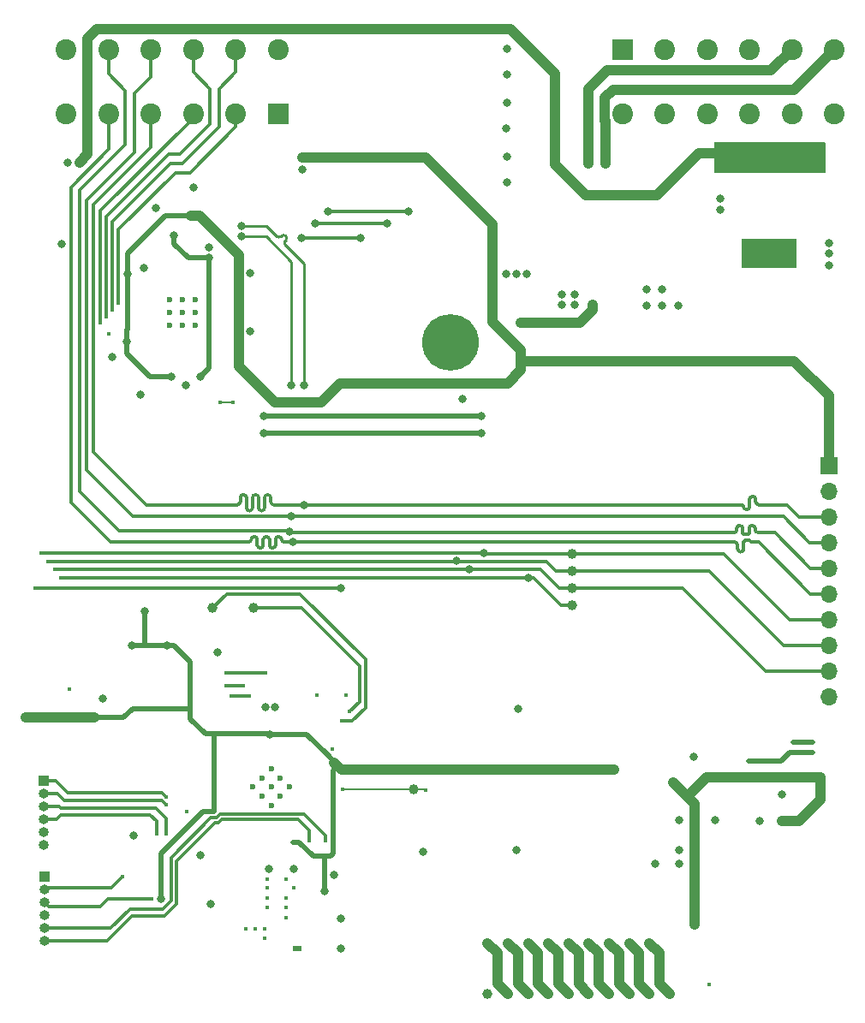
<source format=gbr>
%TF.GenerationSoftware,KiCad,Pcbnew,(6.0.2-0)*%
%TF.CreationDate,2022-05-17T22:41:33-06:00*%
%TF.ProjectId,RGB-controller,5247422d-636f-46e7-9472-6f6c6c65722e,rev?*%
%TF.SameCoordinates,Original*%
%TF.FileFunction,Copper,L4,Bot*%
%TF.FilePolarity,Positive*%
%FSLAX46Y46*%
G04 Gerber Fmt 4.6, Leading zero omitted, Abs format (unit mm)*
G04 Created by KiCad (PCBNEW (6.0.2-0)) date 2022-05-17 22:41:33*
%MOMM*%
%LPD*%
G01*
G04 APERTURE LIST*
%TA.AperFunction,EtchedComponent*%
%ADD10C,1.000000*%
%TD*%
%TA.AperFunction,ComponentPad*%
%ADD11R,1.000000X1.000000*%
%TD*%
%TA.AperFunction,ComponentPad*%
%ADD12O,1.000000X1.000000*%
%TD*%
%TA.AperFunction,ComponentPad*%
%ADD13R,0.900000X0.500000*%
%TD*%
%TA.AperFunction,ComponentPad*%
%ADD14C,0.600000*%
%TD*%
%TA.AperFunction,ComponentPad*%
%ADD15R,2.056000X2.056000*%
%TD*%
%TA.AperFunction,ComponentPad*%
%ADD16C,2.056000*%
%TD*%
%TA.AperFunction,ComponentPad*%
%ADD17C,1.000000*%
%TD*%
%TA.AperFunction,ComponentPad*%
%ADD18C,5.600000*%
%TD*%
%TA.AperFunction,SMDPad,CuDef*%
%ADD19R,5.400000X2.850000*%
%TD*%
%TA.AperFunction,ComponentPad*%
%ADD20R,1.700000X1.700000*%
%TD*%
%TA.AperFunction,ComponentPad*%
%ADD21O,1.700000X1.700000*%
%TD*%
%TA.AperFunction,SMDPad,CuDef*%
%ADD22C,1.000000*%
%TD*%
%TA.AperFunction,ViaPad*%
%ADD23C,0.450000*%
%TD*%
%TA.AperFunction,ViaPad*%
%ADD24C,0.800000*%
%TD*%
%TA.AperFunction,Conductor*%
%ADD25C,0.305800*%
%TD*%
%TA.AperFunction,Conductor*%
%ADD26C,0.500000*%
%TD*%
%TA.AperFunction,Conductor*%
%ADD27C,1.000000*%
%TD*%
%TA.AperFunction,Conductor*%
%ADD28C,0.200000*%
%TD*%
%TA.AperFunction,Conductor*%
%ADD29C,0.250000*%
%TD*%
G04 APERTURE END LIST*
D10*
%TO.C,AE3*%
X72682499Y-138437502D02*
X71682499Y-137437502D01*
X73682499Y-137437502D02*
X73682499Y-134437502D01*
X87682499Y-134437502D02*
X86682499Y-133437502D01*
X88682499Y-138437502D02*
X87682499Y-137437502D01*
X84682499Y-138437502D02*
X83682499Y-137437502D01*
X77682499Y-137437502D02*
X77682499Y-134437502D01*
X80682499Y-138437502D02*
X79682499Y-137437502D01*
X77682499Y-134437502D02*
X76682499Y-133437502D01*
X82682499Y-138437502D02*
X81682499Y-137437502D01*
X78682499Y-138437502D02*
X77682499Y-137437502D01*
X71682499Y-137437502D02*
X71682499Y-134437502D01*
X73682499Y-134437502D02*
X72682499Y-133437502D01*
X75682499Y-137437502D02*
X75682499Y-134437502D01*
X75682499Y-134437502D02*
X74682499Y-133437502D01*
X79682499Y-137437502D02*
X79682499Y-134437502D01*
X85682499Y-137437502D02*
X85682499Y-134437502D01*
X71682499Y-134437502D02*
X70682499Y-133437502D01*
X85682499Y-134437502D02*
X84682499Y-133437502D01*
X79682499Y-134437502D02*
X78682499Y-133437502D01*
X81682499Y-137437502D02*
X81682499Y-134437502D01*
X83682499Y-134437502D02*
X82682499Y-133437502D01*
X86682499Y-138437502D02*
X85682499Y-137437502D01*
X87682499Y-137437502D02*
X87682499Y-134437502D01*
X76682499Y-138437502D02*
X75682499Y-137437502D01*
X83682499Y-137437502D02*
X83682499Y-134437502D01*
X81682499Y-134437502D02*
X80682499Y-133437502D01*
X74682499Y-138437502D02*
X73682499Y-137437502D01*
%TD*%
D11*
%TO.P,J6,1,Pin_1*%
%TO.N,GND*%
X26850000Y-126890000D03*
D12*
%TO.P,J6,2,Pin_2*%
%TO.N,/RXD*%
X26850000Y-128160000D03*
%TO.P,J6,3,Pin_3*%
%TO.N,/TXD*%
X26850000Y-129430000D03*
%TO.P,J6,4,Pin_4*%
%TO.N,unconnected-(J6-Pad4)*%
X26850000Y-130700000D03*
%TO.P,J6,5,Pin_5*%
%TO.N,/CTS*%
X26850000Y-131970000D03*
%TO.P,J6,6,Pin_6*%
%TO.N,/CHIP_PU*%
X26850000Y-133240000D03*
%TD*%
D13*
%TO.P,AE2,2,Shield*%
%TO.N,GND*%
X51870000Y-133985000D03*
%TD*%
D14*
%TO.P,U4,57,GND*%
%TO.N,GND*%
X49280000Y-119823122D03*
X48378439Y-117118439D03*
X51083122Y-118020000D03*
X47476878Y-118020000D03*
X50181561Y-117118439D03*
X50181561Y-118921561D03*
X48378439Y-118921561D03*
X49280000Y-116216878D03*
X49280000Y-118020000D03*
%TD*%
D15*
%TO.P,J4,A1,A1*%
%TO.N,/GPO1*%
X84025000Y-45040000D03*
D16*
%TO.P,J4,A2,A2*%
%TO.N,/GPO2*%
X88215000Y-45040000D03*
%TO.P,J4,A3,A3*%
%TO.N,/GPO3*%
X92405000Y-45040000D03*
%TO.P,J4,A4,A4*%
%TO.N,/GPO4*%
X96595000Y-45040000D03*
%TO.P,J4,A5,A5*%
%TO.N,/GPO6*%
X100785000Y-45040000D03*
%TO.P,J4,A6,A6*%
%TO.N,/GPO5*%
X104975000Y-45040000D03*
%TO.P,J4,A7,A7*%
%TO.N,/MOTOR1_OUT1*%
X104975000Y-51390000D03*
%TO.P,J4,A8,A8*%
%TO.N,/MOTOR1_OUT2*%
X100785000Y-51390000D03*
%TO.P,J4,A9,A9*%
%TO.N,/MOTOR2_OUT1*%
X96595000Y-51390000D03*
%TO.P,J4,A10,A10*%
%TO.N,/MOTOR2_OUT2*%
X92405000Y-51390000D03*
%TO.P,J4,A11,A11*%
%TO.N,/VBAT*%
X88215000Y-51390000D03*
%TO.P,J4,A12,A12*%
%TO.N,GND*%
X84025000Y-51390000D03*
D15*
%TO.P,J4,B1,B1*%
%TO.N,/CAN_P*%
X49975000Y-51390000D03*
D16*
%TO.P,J4,B2,B2*%
%TO.N,/CONN_B2*%
X45785000Y-51390000D03*
%TO.P,J4,B3,B3*%
%TO.N,/CONN_B3*%
X41595000Y-51390000D03*
%TO.P,J4,B4,B4*%
%TO.N,/CONN_RP_USB_D_P*%
X37405000Y-51390000D03*
%TO.P,J4,B5,B5*%
%TO.N,/USB_D_P*%
X33215000Y-51390000D03*
%TO.P,J4,B6,B6*%
%TO.N,GND*%
X29025000Y-51390000D03*
%TO.P,J4,B7,B7*%
%TO.N,+3V3*%
X29025000Y-45040000D03*
%TO.P,J4,B8,B8*%
%TO.N,/USB_D_N*%
X33215000Y-45040000D03*
%TO.P,J4,B9,B9*%
%TO.N,/CONN_RP_USB_D_N*%
X37405000Y-45040000D03*
%TO.P,J4,B10,B10*%
%TO.N,/CONN_B10*%
X41595000Y-45040000D03*
%TO.P,J4,B11,B11*%
%TO.N,/CONN_B11*%
X45785000Y-45040000D03*
%TO.P,J4,B12,B12*%
%TO.N,/CAN_N*%
X49975000Y-45040000D03*
%TD*%
D17*
%TO.P,AE3,*%
%TO.N,*%
X70682499Y-138437502D03*
X88682499Y-138437502D03*
X84682499Y-138437502D03*
X72682499Y-133437502D03*
X72682499Y-138437502D03*
X78682499Y-133437502D03*
X80682499Y-133437502D03*
X76682499Y-133437502D03*
X70682499Y-133437502D03*
X82682499Y-138437502D03*
X76682499Y-138437502D03*
X78682499Y-138437502D03*
X84682499Y-133437502D03*
X86682499Y-138437502D03*
X80682499Y-138437502D03*
X74682499Y-138437502D03*
X74682499Y-133437502D03*
X86682499Y-133437502D03*
X82682499Y-133437502D03*
%TD*%
D18*
%TO.P,H1,1,1*%
%TO.N,GND*%
X67000000Y-74000000D03*
%TD*%
D11*
%TO.P,J8,1,Pin_1*%
%TO.N,/MTCK*%
X26830000Y-117410000D03*
D12*
%TO.P,J8,2,Pin_2*%
%TO.N,/MTDO*%
X26830000Y-118680000D03*
%TO.P,J8,3,Pin_3*%
%TO.N,/MTMS*%
X26830000Y-119950000D03*
%TO.P,J8,4,Pin_4*%
%TO.N,/MTDI*%
X26830000Y-121220000D03*
%TO.P,J8,5,Pin_5*%
%TO.N,GND*%
X26830000Y-122490000D03*
%TO.P,J8,6,Pin_6*%
%TO.N,unconnected-(J8-Pad6)*%
X26830000Y-123760000D03*
%TD*%
D14*
%TO.P,U10,29,VNEG*%
%TO.N,GND*%
X99276500Y-64100000D03*
X97676500Y-64100000D03*
X99276500Y-66350000D03*
X100876500Y-64100000D03*
X97676500Y-66350000D03*
X96076500Y-66350000D03*
X96076500Y-64100000D03*
D19*
X98476500Y-65225000D03*
D14*
X100876500Y-66350000D03*
%TD*%
D20*
%TO.P,J5,1,Pin_1*%
%TO.N,+3V3*%
X104430000Y-86190000D03*
D21*
%TO.P,J5,2,Pin_2*%
%TO.N,GND*%
X104430000Y-88730000D03*
%TO.P,J5,3,Pin_3*%
%TO.N,/CONN_RP_USB_D_P*%
X104430000Y-91270000D03*
%TO.P,J5,4,Pin_4*%
%TO.N,/CONN_RP_USB_D_N*%
X104430000Y-93810000D03*
%TO.P,J5,5,Pin_5*%
%TO.N,/USB_D_N*%
X104430000Y-96350000D03*
%TO.P,J5,6,Pin_6*%
%TO.N,/USB_D_P*%
X104430000Y-98890000D03*
%TO.P,J5,7,Pin_7*%
%TO.N,/FSPIQ*%
X104430000Y-101430000D03*
%TO.P,J5,8,Pin_8*%
%TO.N,/FSPICLK*%
X104430000Y-103970000D03*
%TO.P,J5,9,Pin_9*%
%TO.N,/FSPID*%
X104430000Y-106510000D03*
%TO.P,J5,10,Pin_10*%
%TO.N,unconnected-(J5-Pad10)*%
X104430000Y-109050000D03*
%TD*%
D14*
%TO.P,U11,57,GND*%
%TO.N,GND*%
X39215000Y-72325000D03*
X41765000Y-69775000D03*
X41765000Y-71050000D03*
X40490000Y-71050000D03*
X39215000Y-71050000D03*
X41765000Y-72325000D03*
X40490000Y-69775000D03*
X39215000Y-69775000D03*
X40490000Y-72325000D03*
%TD*%
D22*
%TO.P,TP10,1,1*%
%TO.N,/FSPICS1*%
X63360000Y-118270000D03*
%TD*%
%TO.P,TP6,1,1*%
%TO.N,/FSPIQ*%
X79010000Y-94940000D03*
%TD*%
%TO.P,TP5,1,1*%
%TO.N,/FSPID*%
X79010000Y-98320000D03*
%TD*%
%TO.P,TP12,1,1*%
%TO.N,/GPIO14*%
X43520000Y-100300000D03*
%TD*%
%TO.P,TP11,1,1*%
%TO.N,/FSPICS2*%
X47570000Y-100300000D03*
%TD*%
%TO.P,TP8,1,1*%
%TO.N,/FSPICLK*%
X79010000Y-96630000D03*
%TD*%
%TO.P,TP9,1,1*%
%TO.N,/FSPICS0*%
X79010000Y-100010000D03*
%TD*%
D23*
%TO.N,GND*%
X48920000Y-127990000D03*
D24*
X28620000Y-64310500D03*
X36380000Y-79180000D03*
X72600000Y-47550000D03*
D23*
X33210000Y-73180000D03*
D24*
X40880000Y-78260000D03*
X74530000Y-67270000D03*
X91100000Y-114980000D03*
X51550000Y-126110000D03*
X56200000Y-133990000D03*
X73530000Y-67270000D03*
D23*
X92610000Y-137500000D03*
D24*
X72600000Y-45010000D03*
X93700000Y-59800000D03*
X41578003Y-58741997D03*
X48699020Y-110110000D03*
X37870000Y-60770000D03*
D23*
X55340000Y-114220000D03*
D24*
X87900000Y-70400000D03*
X72530000Y-67270000D03*
D23*
X56660000Y-108930000D03*
X48610000Y-132010000D03*
D24*
X72600000Y-58200000D03*
X89600000Y-125600000D03*
D23*
X50760000Y-129940000D03*
D24*
X52390000Y-56965000D03*
X55479906Y-126721281D03*
X86400000Y-70400000D03*
D23*
X48920000Y-129960000D03*
D24*
X47190000Y-67140000D03*
X72500000Y-52890000D03*
X97590000Y-121350000D03*
X43161261Y-64660723D03*
D23*
X53780000Y-108930000D03*
D24*
X104400000Y-64200000D03*
X56200000Y-131030000D03*
D23*
X48920000Y-128970000D03*
D24*
X78000000Y-69300000D03*
X89604999Y-121250002D03*
X35690000Y-122770000D03*
X64320000Y-124390000D03*
D23*
X50760000Y-130950000D03*
D24*
X73530000Y-124280000D03*
D23*
X48930000Y-127130000D03*
D24*
X78000000Y-70300000D03*
X49090000Y-126110000D03*
X87220000Y-125600000D03*
D23*
X50770000Y-128950000D03*
D24*
X104400000Y-65200000D03*
X72600000Y-55680000D03*
X44010000Y-104650000D03*
X47219503Y-72960000D03*
X79300000Y-70300000D03*
X36700000Y-66660000D03*
D23*
X46820000Y-132020000D03*
D24*
X72600000Y-50350000D03*
D23*
X51530000Y-127970000D03*
D24*
X33560000Y-75510000D03*
X49660378Y-110109622D03*
X89500000Y-70400000D03*
X89594999Y-124220002D03*
X68220000Y-79660000D03*
X29190994Y-56232970D03*
X32610000Y-109290000D03*
D23*
X48610000Y-133000000D03*
X47715000Y-132020000D03*
D24*
X43270000Y-129560000D03*
D23*
X50770000Y-127110000D03*
D24*
X79300000Y-69300000D03*
X87900000Y-68800000D03*
X86400000Y-68800000D03*
X99770000Y-118700000D03*
D23*
X40970000Y-120470000D03*
D24*
X42280000Y-124770000D03*
X73680000Y-110300000D03*
X104400000Y-66400000D03*
X93200000Y-121250000D03*
X93700000Y-60900000D03*
%TO.N,/LED_RED*%
X70050000Y-81350000D03*
X48547600Y-81350000D03*
%TO.N,+3V3*%
X71180000Y-62330000D03*
X41390000Y-61480000D03*
D23*
X43650000Y-120470000D03*
D24*
X83230000Y-116300000D03*
D23*
X51480000Y-123450000D03*
D24*
X46100000Y-72920000D03*
X52390000Y-55715000D03*
D23*
X54890417Y-114883589D03*
D24*
X35050000Y-73930000D03*
X38970000Y-103970000D03*
X35510000Y-103970000D03*
X54609849Y-128282941D03*
X25020000Y-111130000D03*
X49180000Y-112780000D03*
X36800000Y-100620500D03*
X38440000Y-129060000D03*
X39410500Y-77428816D03*
X103560000Y-117040000D03*
X89020000Y-117580000D03*
X73980000Y-76770000D03*
X31760000Y-111130000D03*
X91140000Y-131610000D03*
X35080000Y-67300000D03*
X99780000Y-121360000D03*
%TO.N,/FSPICS0*%
X74730000Y-97320000D03*
D23*
X28510000Y-97320000D03*
%TO.N,/FSPIQ*%
X100890000Y-113550000D03*
X26510000Y-94900000D03*
D24*
X70320000Y-94840000D03*
D23*
X102850000Y-113550000D03*
D24*
%TO.N,/FSPICLK*%
X67580000Y-95670000D03*
D23*
X27200000Y-95680000D03*
%TO.N,/FSPID*%
X96490000Y-115400000D03*
X102860000Y-114590000D03*
X27860000Y-96440000D03*
X99710000Y-115400000D03*
D24*
X68920000Y-96440000D03*
D23*
%TO.N,/GPIO14*%
X48550000Y-98920000D03*
X56300000Y-111450000D03*
D24*
%TO.N,/USB_D_P*%
X51480000Y-93790000D03*
%TO.N,/USB_D_N*%
X51130000Y-92710000D03*
D23*
%TO.N,/MTMS*%
X30820000Y-120120000D03*
X38930000Y-122650000D03*
%TO.N,/MTCK*%
X38930000Y-118970000D03*
%TO.N,/MTDO*%
X38930000Y-119780000D03*
%TO.N,/MTDI*%
X37940000Y-122650000D03*
%TO.N,/CHIP_PU*%
X37500000Y-130740000D03*
X53030000Y-123334500D03*
%TO.N,/SPICS1*%
X29320000Y-108310000D03*
%TO.N,/RXD*%
X34570000Y-126890000D03*
%TO.N,/SPICS0*%
X45380000Y-109030000D03*
X47094020Y-109030000D03*
%TO.N,/FSPICS1*%
X64540000Y-118300000D03*
X56390000Y-118270000D03*
%TO.N,/GPIO38*%
X25985500Y-98310000D03*
D24*
X56180000Y-98300000D03*
D23*
%TO.N,/TXD*%
X37430000Y-129080000D03*
%TO.N,Net-(R9-Pad2)*%
X44870000Y-106760000D03*
X48700000Y-106750000D03*
%TO.N,Net-(R11-Pad2)*%
X46560000Y-108020000D03*
X44860000Y-108020000D03*
D24*
%TO.N,/GPO5*%
X82300000Y-56350000D03*
%TO.N,/GPO6*%
X80620000Y-56310000D03*
D23*
%TO.N,/CTS*%
X36330000Y-130080000D03*
X54640000Y-123330000D03*
D24*
%TO.N,/GPIO_CAN_P*%
X53670000Y-62240000D03*
X60730000Y-62239622D03*
D23*
%TO.N,/RP_SWD*%
X44260000Y-79950000D03*
X45550000Y-79960000D03*
D24*
%TO.N,+1V1*%
X43140000Y-65660000D03*
X39690000Y-63480000D03*
X42259500Y-77419536D03*
%TO.N,/GPIO_CAN_N*%
X54940000Y-61110000D03*
X62840000Y-61090000D03*
%TO.N,/GPIO21*%
X52290000Y-63710000D03*
X58142972Y-63692972D03*
D23*
%TO.N,/FSPICS2*%
X57042600Y-110550000D03*
X49300000Y-100300000D03*
D24*
%TO.N,/CONN_RP_USB_D_P*%
X52570000Y-78310000D03*
X46400000Y-62520000D03*
X52560000Y-90090000D03*
%TO.N,/CONN_RP_USB_D_N*%
X46370000Y-63570000D03*
X51280000Y-78300000D03*
X51310000Y-91220000D03*
%TO.N,/LED_GREEN*%
X70050000Y-83050000D03*
X48547600Y-83050000D03*
D23*
%TO.N,/CONN_B11*%
X33610000Y-70860000D03*
%TO.N,/CONN_B2*%
X34191731Y-70174500D03*
%TO.N,/CONN_B10*%
X33000000Y-71500000D03*
%TO.N,/CONN_B3*%
X32380000Y-72050000D03*
D24*
%TO.N,/SW*%
X74000000Y-72100000D03*
X81050000Y-70300000D03*
%TO.N,/VIN*%
X103500000Y-55900000D03*
X93600000Y-54800000D03*
X94600000Y-54800000D03*
X102500000Y-54900000D03*
X101500000Y-55900000D03*
X93600000Y-55800000D03*
X103500000Y-54900000D03*
X30320000Y-56220000D03*
X94600000Y-55800000D03*
X102500000Y-55900000D03*
X95600000Y-55800000D03*
X101500000Y-54900000D03*
X95600000Y-54800000D03*
%TD*%
D25*
%TO.N,/FSPICLK*%
X67580000Y-95670000D02*
X67590000Y-95680000D01*
X67590000Y-95680000D02*
X76500000Y-95680000D01*
X76500000Y-95680000D02*
X77450000Y-96630000D01*
X77450000Y-96630000D02*
X79010000Y-96630000D01*
X67580000Y-95670000D02*
X67570000Y-95680000D01*
X67570000Y-95680000D02*
X27200000Y-95680000D01*
%TO.N,/FSPID*%
X68920000Y-96440000D02*
X68950000Y-96470000D01*
X68950000Y-96470000D02*
X75920000Y-96470000D01*
X75920000Y-96470000D02*
X77770000Y-98320000D01*
X77770000Y-98320000D02*
X79010000Y-98320000D01*
X68920000Y-96440000D02*
X27860000Y-96440000D01*
%TO.N,/FSPIQ*%
X70320000Y-94840000D02*
X70260000Y-94900000D01*
X70420000Y-94940000D02*
X79010000Y-94940000D01*
X70260000Y-94900000D02*
X26510000Y-94900000D01*
X70320000Y-94840000D02*
X70420000Y-94940000D01*
%TO.N,/CTS*%
X36330000Y-130080000D02*
X38530000Y-130080000D01*
X38530000Y-130080000D02*
X39380000Y-129230000D01*
X39390000Y-129230000D02*
X39390000Y-124990000D01*
X39380000Y-129230000D02*
X39390000Y-129230000D01*
X39390000Y-124990000D02*
X43327580Y-121052420D01*
X43327580Y-121052420D02*
X43891246Y-121052420D01*
X43891246Y-121052420D02*
X44223666Y-120720000D01*
X44223666Y-120720000D02*
X52570000Y-120720000D01*
X52570000Y-120720000D02*
X54640000Y-122790000D01*
X54640000Y-122790000D02*
X54640000Y-123330000D01*
%TO.N,/USB_D_N*%
X34270000Y-92700000D02*
X30320000Y-88750000D01*
X30320000Y-88750000D02*
X30320000Y-58970000D01*
X34850000Y-54440000D02*
X34850000Y-49110000D01*
X30320000Y-58970000D02*
X34850000Y-54440000D01*
X34850000Y-49110000D02*
X33215000Y-47475000D01*
X95330000Y-92550000D02*
G75*
G02*
X95030000Y-92850000I-300000J0D01*
G01*
X33215000Y-47475000D02*
X33215000Y-45040000D01*
X96000830Y-92991661D02*
G75*
G02*
X95930000Y-92920831I1J70831D01*
G01*
X95630000Y-92108339D02*
G75*
G03*
X95330000Y-92408339I0J-300000D01*
G01*
X51120000Y-92700000D02*
X34270000Y-92700000D01*
X51130000Y-92710000D02*
X51120000Y-92700000D01*
X95930000Y-92408339D02*
G75*
G03*
X95630000Y-92108339I-300000J0D01*
G01*
X96530000Y-92920831D02*
X96530000Y-92408339D01*
X96530000Y-92920831D02*
G75*
G02*
X96459170Y-92991661I-70831J1D01*
G01*
X97130000Y-92408339D02*
G75*
G03*
X96830000Y-92108339I-300000J0D01*
G01*
X51130000Y-92710000D02*
X51270000Y-92850000D01*
X96830000Y-92108339D02*
G75*
G03*
X96530000Y-92408339I0J-300000D01*
G01*
X51270000Y-92850000D02*
X95030000Y-92850000D01*
X97430000Y-92850000D02*
G75*
G02*
X97130000Y-92550000I0J300000D01*
G01*
X95330000Y-92550000D02*
X95330000Y-92408339D01*
X95930000Y-92408339D02*
X95930000Y-92920831D01*
X96000830Y-92991661D02*
X96459170Y-92991661D01*
X97130000Y-92408339D02*
X97130000Y-92550000D01*
X97430000Y-92850000D02*
X99070000Y-92850000D01*
X99070000Y-92850000D02*
X102570000Y-96350000D01*
X102570000Y-96350000D02*
X104430000Y-96350000D01*
D26*
%TO.N,/LED_RED*%
X48547600Y-81350000D02*
X70050000Y-81350000D01*
D27*
%TO.N,+3V3*%
X46110489Y-67587149D02*
X46110489Y-65410489D01*
D26*
X38850000Y-61480000D02*
X41390000Y-61480000D01*
X54609849Y-128282941D02*
X54600000Y-128273092D01*
D27*
X72650000Y-78100000D02*
X56090000Y-78100000D01*
D26*
X54890417Y-114883589D02*
X54893589Y-114883589D01*
D27*
X73980000Y-76770000D02*
X73980000Y-74790000D01*
X103610000Y-117140000D02*
X103610000Y-119220000D01*
D26*
X39640000Y-103970000D02*
X41280000Y-105610000D01*
D27*
X56090000Y-78100000D02*
X54230000Y-79960000D01*
D26*
X34710000Y-111130000D02*
X35570000Y-110270000D01*
D27*
X31760000Y-111130000D02*
X25020000Y-111130000D01*
D26*
X55190000Y-124810000D02*
X55400000Y-124600000D01*
D27*
X71180000Y-71990000D02*
X71180000Y-62330000D01*
X46100000Y-72920000D02*
X46120000Y-72900000D01*
D26*
X43650000Y-112870000D02*
X43750000Y-112770000D01*
X55860000Y-115920000D02*
X55400000Y-116380000D01*
D27*
X103560000Y-117040000D02*
X92350000Y-117040000D01*
D26*
X35060000Y-72770000D02*
X35050000Y-72780000D01*
D27*
X54230000Y-79960000D02*
X49700000Y-79960000D01*
D26*
X49170000Y-112770000D02*
X43750000Y-112770000D01*
D27*
X73980000Y-75930000D02*
X74050000Y-75860000D01*
X73980000Y-76770000D02*
X72650000Y-78100000D01*
D26*
X36810000Y-100630500D02*
X36810000Y-103950000D01*
D27*
X55860000Y-115920000D02*
X55528415Y-115588415D01*
X90457499Y-118932501D02*
X90377499Y-118932501D01*
D26*
X35570000Y-110270000D02*
X41270000Y-110270000D01*
D27*
X103610000Y-119220000D02*
X101470000Y-121360000D01*
X42180000Y-61480000D02*
X41390000Y-61480000D01*
X56240000Y-116300000D02*
X55860000Y-115920000D01*
D26*
X37318816Y-77428816D02*
X39410500Y-77428816D01*
X42780000Y-112770000D02*
X41280000Y-111270000D01*
X31760000Y-111130000D02*
X34710000Y-111130000D01*
D27*
X91140000Y-119695003D02*
X90377499Y-118932501D01*
X46120000Y-67596660D02*
X46110489Y-67587149D01*
D26*
X53430000Y-124810000D02*
X52070000Y-123450000D01*
X41280000Y-111270000D02*
X41280000Y-110280000D01*
D27*
X74050000Y-75860000D02*
X101010000Y-75860000D01*
D26*
X54600000Y-128273092D02*
X54600000Y-124810000D01*
X52070000Y-123450000D02*
X51480000Y-123450000D01*
D27*
X89020000Y-117580000D02*
X89024998Y-117580000D01*
D26*
X35060000Y-67620000D02*
X35060000Y-65270000D01*
X49180000Y-112780000D02*
X49170000Y-112770000D01*
X36800000Y-100620500D02*
X36810000Y-100630500D01*
X36810000Y-103950000D02*
X36790000Y-103970000D01*
X41270000Y-110270000D02*
X41280000Y-110280000D01*
D27*
X46120000Y-72900000D02*
X46120000Y-67596660D01*
X89024998Y-117580000D02*
X90377499Y-118932501D01*
D26*
X35060000Y-65270000D02*
X38850000Y-61480000D01*
D27*
X101470000Y-121360000D02*
X99780000Y-121360000D01*
D26*
X35510000Y-103970000D02*
X36790000Y-103970000D01*
X38440000Y-124600000D02*
X42570000Y-120470000D01*
D27*
X46110489Y-65410489D02*
X42180000Y-61480000D01*
X104450000Y-79300000D02*
X104430000Y-79320000D01*
D26*
X43650000Y-120470000D02*
X43650000Y-112870000D01*
X55400000Y-116380000D02*
X55400000Y-124600000D01*
X53430000Y-124810000D02*
X55190000Y-124810000D01*
X35060000Y-67620000D02*
X35060000Y-72770000D01*
D27*
X73980000Y-74790000D02*
X71180000Y-71990000D01*
X104430000Y-79320000D02*
X104430000Y-86190000D01*
D26*
X43750000Y-112770000D02*
X42780000Y-112770000D01*
D27*
X101010000Y-75860000D02*
X104450000Y-79300000D01*
D26*
X55528415Y-115518415D02*
X55528415Y-115588415D01*
X35050000Y-72780000D02*
X35050000Y-75160000D01*
D27*
X92350000Y-117040000D02*
X90457499Y-118932501D01*
D26*
X42570000Y-120470000D02*
X43650000Y-120470000D01*
X35050000Y-75160000D02*
X37318816Y-77428816D01*
D27*
X49700000Y-79960000D02*
X46119992Y-76379992D01*
D26*
X41280000Y-105610000D02*
X41280000Y-110280000D01*
D27*
X46119992Y-76379992D02*
X46119992Y-72960000D01*
X91140000Y-131610000D02*
X91140000Y-119695003D01*
X64565000Y-55715000D02*
X52390000Y-55715000D01*
D26*
X54893589Y-114883589D02*
X55528415Y-115518415D01*
X52786828Y-112780000D02*
X49180000Y-112780000D01*
X54890417Y-114883589D02*
X52786828Y-112780000D01*
X38440000Y-129060000D02*
X38440000Y-124600000D01*
X38970000Y-103970000D02*
X39640000Y-103970000D01*
X36790000Y-103970000D02*
X38970000Y-103970000D01*
D27*
X83230000Y-116300000D02*
X56240000Y-116300000D01*
X71180000Y-62330000D02*
X64565000Y-55715000D01*
D25*
%TO.N,/FSPICS0*%
X77950000Y-100010000D02*
X75260000Y-97320000D01*
X28510000Y-97320000D02*
X74730000Y-97320000D01*
X75260000Y-97320000D02*
X74730000Y-97320000D01*
X79010000Y-100010000D02*
X77950000Y-100010000D01*
%TO.N,/FSPIQ*%
X100510000Y-101430000D02*
X104430000Y-101430000D01*
X79010000Y-94940000D02*
X94020000Y-94940000D01*
X94020000Y-94940000D02*
X100510000Y-101430000D01*
D26*
X100890000Y-113550000D02*
X102850000Y-113550000D01*
D25*
%TO.N,/FSPICLK*%
X104430000Y-103970000D02*
X99930000Y-103970000D01*
X92590000Y-96630000D02*
X79010000Y-96630000D01*
X99930000Y-103970000D02*
X92590000Y-96630000D01*
%TO.N,/FSPID*%
X79010000Y-98320000D02*
X89950000Y-98320000D01*
X98140000Y-106510000D02*
X104430000Y-106510000D01*
D26*
X99710000Y-115400000D02*
X96490000Y-115400000D01*
X100520000Y-114590000D02*
X99710000Y-115400000D01*
X102860000Y-114590000D02*
X100520000Y-114590000D01*
D25*
X89950000Y-98320000D02*
X98140000Y-106510000D01*
%TO.N,/GPIO14*%
X44900000Y-98920000D02*
X43520000Y-100300000D01*
X58600000Y-110150000D02*
X57300000Y-111450000D01*
X58600000Y-105400000D02*
X58600000Y-110150000D01*
X48550000Y-98920000D02*
X44900000Y-98920000D01*
X48550000Y-98920000D02*
X52120000Y-98920000D01*
X52120000Y-98920000D02*
X58600000Y-105400000D01*
X57300000Y-111450000D02*
X56300000Y-111450000D01*
%TO.N,/USB_D_P*%
X33215000Y-51390000D02*
X33215000Y-54935000D01*
X51480000Y-93790000D02*
X50590000Y-93790000D01*
X51480000Y-93790000D02*
X95115000Y-93790000D01*
X33215000Y-54935000D02*
X29470000Y-58680000D01*
X104430000Y-98890000D02*
X102570000Y-98890000D01*
X48840000Y-93240000D02*
X48790000Y-93240000D01*
X96015000Y-93790000D02*
X96015000Y-94455806D01*
X33400000Y-93790000D02*
X47040000Y-93790000D01*
X102570000Y-98890000D02*
X97470000Y-93790000D01*
X47915000Y-94090000D02*
X47915000Y-93515000D01*
X96032097Y-93790000D02*
X96015000Y-93790000D01*
X96032097Y-93682097D02*
X96032097Y-93790000D01*
X95415000Y-94455806D02*
X95415000Y-94090000D01*
X50040000Y-93240000D02*
X49990000Y-93240000D01*
X48515000Y-93515000D02*
X48515000Y-94090000D01*
X47640000Y-93240000D02*
X47590000Y-93240000D01*
X49115000Y-94090000D02*
X49115000Y-93515000D01*
X96524194Y-93574194D02*
X96140000Y-93574194D01*
X49715000Y-93515000D02*
X49715000Y-94090000D01*
X97470000Y-93790000D02*
X96740000Y-93790000D01*
X29470000Y-58680000D02*
X29470000Y-89860000D01*
X29470000Y-89860000D02*
X33400000Y-93790000D01*
X47040000Y-93790000D02*
G75*
G03*
X47315000Y-93515000I-1J275001D01*
G01*
X48515000Y-93515000D02*
G75*
G02*
X48790000Y-93240000I275001J-1D01*
G01*
X95415000Y-94455806D02*
G75*
G03*
X95715000Y-94755806I300000J0D01*
G01*
X48215000Y-94390000D02*
G75*
G03*
X48515000Y-94090000I0J300000D01*
G01*
X96632097Y-93682097D02*
G75*
G03*
X96740000Y-93790000I107903J0D01*
G01*
X49115000Y-94090000D02*
G75*
G03*
X49415000Y-94390000I300000J0D01*
G01*
X95115000Y-93790000D02*
G75*
G02*
X95415000Y-94090000I0J-300000D01*
G01*
X49715000Y-93515000D02*
G75*
G02*
X49990000Y-93240000I275001J-1D01*
G01*
X47315000Y-93515000D02*
G75*
G02*
X47590000Y-93240000I275001J-1D01*
G01*
X96524194Y-93574194D02*
G75*
G02*
X96632097Y-93682097I0J-107903D01*
G01*
X96032097Y-93682097D02*
G75*
G02*
X96140000Y-93574194I107903J0D01*
G01*
X50315000Y-93515000D02*
G75*
G03*
X50590000Y-93790000I275001J1D01*
G01*
X48840000Y-93240000D02*
G75*
G02*
X49115000Y-93515000I-1J-275001D01*
G01*
X47640000Y-93240000D02*
G75*
G02*
X47915000Y-93515000I-1J-275001D01*
G01*
X47915000Y-94090000D02*
G75*
G03*
X48215000Y-94390000I300000J0D01*
G01*
X49415000Y-94390000D02*
G75*
G03*
X49715000Y-94090000I0J300000D01*
G01*
X95715000Y-94755806D02*
G75*
G03*
X96015000Y-94455806I0J300000D01*
G01*
X50040000Y-93240000D02*
G75*
G02*
X50315000Y-93515000I-1J-275001D01*
G01*
%TO.N,/MTMS*%
X30820000Y-120120000D02*
X37890000Y-120120000D01*
X28330000Y-119950000D02*
X26830000Y-119950000D01*
X30820000Y-120120000D02*
X28500000Y-120120000D01*
X28500000Y-120120000D02*
X28330000Y-119950000D01*
X38920000Y-121150000D02*
X38920000Y-122650000D01*
X37890000Y-120120000D02*
X38920000Y-121150000D01*
%TO.N,/MTCK*%
X29170000Y-118560000D02*
X28020000Y-117410000D01*
X28020000Y-117410000D02*
X26830000Y-117410000D01*
X38930000Y-118970000D02*
X38520000Y-118560000D01*
X38520000Y-118560000D02*
X29170000Y-118560000D01*
%TO.N,/MTDO*%
X38920000Y-119780000D02*
X38480000Y-119340000D01*
X28790000Y-119340000D02*
X28130000Y-118680000D01*
X28130000Y-118680000D02*
X26830000Y-118680000D01*
X38480000Y-119340000D02*
X28790000Y-119340000D01*
%TO.N,/MTDI*%
X37940000Y-121350000D02*
X37340000Y-120750000D01*
X37940000Y-122650000D02*
X37940000Y-121350000D01*
X37340000Y-120750000D02*
X28530000Y-120750000D01*
X28060000Y-121220000D02*
X26830000Y-121220000D01*
X28530000Y-120750000D02*
X28060000Y-121220000D01*
%TO.N,/CHIP_PU*%
X35530000Y-130740000D02*
X33030000Y-133240000D01*
X44092272Y-121537740D02*
X44424692Y-121205320D01*
X33030000Y-133240000D02*
X26850000Y-133240000D01*
X39930000Y-129550000D02*
X39930000Y-125340000D01*
X38740000Y-130740000D02*
X39930000Y-129550000D01*
X53030000Y-122310000D02*
X53030000Y-123334500D01*
X43732260Y-121537740D02*
X44092272Y-121537740D01*
X37500000Y-130740000D02*
X38740000Y-130740000D01*
X44424692Y-121205320D02*
X51925320Y-121205320D01*
X51925320Y-121205320D02*
X53030000Y-122310000D01*
X37500000Y-130740000D02*
X35530000Y-130740000D01*
X39930000Y-125340000D02*
X43732260Y-121537740D01*
%TO.N,/RXD*%
X33520000Y-127940000D02*
X27390000Y-127940000D01*
X34570000Y-126890000D02*
X33520000Y-127940000D01*
X27390000Y-127940000D02*
X27170000Y-128160000D01*
%TO.N,/SPICS0*%
X45380000Y-109030000D02*
X47094020Y-109030000D01*
D28*
%TO.N,/FSPICS1*%
X56390000Y-118270000D02*
X64510000Y-118270000D01*
X64510000Y-118270000D02*
X64540000Y-118300000D01*
D25*
%TO.N,/GPIO38*%
X56170000Y-98310000D02*
X25985500Y-98310000D01*
X56180000Y-98300000D02*
X56170000Y-98310000D01*
%TO.N,/TXD*%
X27271721Y-129851721D02*
X32378279Y-129851721D01*
X26850000Y-129430000D02*
X27271721Y-129851721D01*
X37422279Y-129072279D02*
X37430000Y-129080000D01*
X33157721Y-129072279D02*
X37422279Y-129072279D01*
X32378279Y-129851721D02*
X33157721Y-129072279D01*
%TO.N,Net-(R9-Pad2)*%
X48690000Y-106760000D02*
X48700000Y-106750000D01*
X44870000Y-106760000D02*
X48690000Y-106760000D01*
%TO.N,Net-(R11-Pad2)*%
X46560000Y-108020000D02*
X44860000Y-108020000D01*
D27*
%TO.N,/GPO5*%
X82300000Y-52108071D02*
X82297489Y-52105560D01*
X82300000Y-56350000D02*
X82300000Y-52108071D01*
X83120000Y-49030000D02*
X100985000Y-49030000D01*
X82297489Y-52105560D02*
X82297489Y-49852511D01*
X82297489Y-49852511D02*
X83120000Y-49030000D01*
X100985000Y-49030000D02*
X104975000Y-45040000D01*
%TO.N,/GPO6*%
X80620000Y-56310000D02*
X80620000Y-48980000D01*
X82490000Y-47110000D02*
X98715000Y-47110000D01*
X80620000Y-48980000D02*
X82490000Y-47110000D01*
X98715000Y-47110000D02*
X100785000Y-45040000D01*
D25*
%TO.N,/CTS*%
X36330000Y-130080000D02*
X35310000Y-130080000D01*
X33420000Y-131970000D02*
X26850000Y-131970000D01*
X35310000Y-130080000D02*
X33420000Y-131970000D01*
%TO.N,/GPIO_CAN_P*%
X60730000Y-62239622D02*
X60729622Y-62240000D01*
X60729622Y-62240000D02*
X53670000Y-62240000D01*
D28*
%TO.N,/RP_SWD*%
X45540000Y-79950000D02*
X44260000Y-79950000D01*
X45550000Y-79960000D02*
X45540000Y-79950000D01*
D26*
%TO.N,+1V1*%
X41090000Y-65660000D02*
X39690000Y-64260000D01*
X43140000Y-65660000D02*
X43140000Y-76539036D01*
X43140000Y-76539036D02*
X42259500Y-77419536D01*
X43140000Y-65660000D02*
X41090000Y-65660000D01*
X39690000Y-64260000D02*
X39690000Y-63480000D01*
D25*
%TO.N,/GPIO_CAN_N*%
X54960000Y-61090000D02*
X54940000Y-61110000D01*
X62840000Y-61090000D02*
X54960000Y-61090000D01*
%TO.N,/GPIO21*%
X52310000Y-63690000D02*
X52290000Y-63710000D01*
X58142972Y-63692972D02*
X58140000Y-63690000D01*
X58140000Y-63690000D02*
X52310000Y-63690000D01*
%TO.N,/FSPICS2*%
X58000000Y-106050000D02*
X58000000Y-109592600D01*
X58000000Y-109592600D02*
X57042600Y-110550000D01*
X52250000Y-100300000D02*
X58000000Y-106050000D01*
X49300000Y-100300000D02*
X52250000Y-100300000D01*
X49300000Y-100300000D02*
X47580000Y-100300000D01*
D29*
%TO.N,/CONN_RP_USB_D_P*%
X50683527Y-64403527D02*
X52570000Y-66290000D01*
D25*
X96600000Y-89538346D02*
X96600000Y-90315827D01*
X48640000Y-89390000D02*
X48640000Y-90390000D01*
X46840000Y-90390000D02*
X46840000Y-89390000D01*
D29*
X50736196Y-63502335D02*
X50736195Y-63502334D01*
D25*
X101460000Y-91270000D02*
X100280000Y-90090000D01*
X46240000Y-89390000D02*
X46240000Y-89790000D01*
X97200000Y-89790000D02*
X97200000Y-89538346D01*
X49240000Y-89790000D02*
X49240000Y-89390000D01*
D29*
X48800000Y-62520000D02*
X49835000Y-63555000D01*
D25*
X37405000Y-54715000D02*
X37405000Y-51390000D01*
X45940000Y-90090000D02*
X36920000Y-90090000D01*
D29*
X52570000Y-66290000D02*
X52570000Y-78310000D01*
D25*
X100280000Y-90090000D02*
X97500000Y-90090000D01*
X104430000Y-91270000D02*
X101460000Y-91270000D01*
X96374173Y-90541654D02*
X96225827Y-90541654D01*
D29*
X50683527Y-63979263D02*
X50736195Y-63926598D01*
D25*
X47440000Y-89390000D02*
X47440000Y-90390000D01*
X36920000Y-90090000D02*
X31740000Y-84910000D01*
D29*
X46400000Y-62520000D02*
X48800000Y-62520000D01*
D25*
X31740000Y-60380000D02*
X37405000Y-54715000D01*
D29*
X50259264Y-63555000D02*
X50311931Y-63502334D01*
D25*
X31740000Y-84910000D02*
X31740000Y-60380000D01*
X52560000Y-90090000D02*
X95774173Y-90090000D01*
X48040000Y-90390000D02*
X48040000Y-89390000D01*
X52560000Y-90090000D02*
X49540000Y-90090000D01*
X47140000Y-90690000D02*
G75*
G03*
X47440000Y-90390000I0J300000D01*
G01*
D29*
X50736194Y-63926599D02*
G75*
G03*
X50736195Y-63502334I-212134J212133D01*
G01*
D25*
X46240000Y-89390000D02*
G75*
G02*
X46540000Y-89090000I300000J0D01*
G01*
X97200000Y-89790000D02*
G75*
G03*
X97500000Y-90090000I300000J0D01*
G01*
X47740000Y-89090000D02*
G75*
G02*
X48040000Y-89390000I0J-300000D01*
G01*
X96600000Y-89538346D02*
G75*
G02*
X96900000Y-89238346I300000J0D01*
G01*
X47440000Y-89390000D02*
G75*
G02*
X47740000Y-89090000I300000J0D01*
G01*
X48940000Y-89090000D02*
G75*
G02*
X49240000Y-89390000I0J-300000D01*
G01*
X95774173Y-90090000D02*
G75*
G02*
X96000000Y-90315827I1J-225826D01*
G01*
X96374173Y-90541654D02*
G75*
G03*
X96600000Y-90315827I1J225826D01*
G01*
D29*
X50683528Y-64403528D02*
G75*
G02*
X50683527Y-63979263I212134J212133D01*
G01*
D25*
X96900000Y-89238346D02*
G75*
G02*
X97200000Y-89538346I0J-300000D01*
G01*
X96000000Y-90315827D02*
G75*
G03*
X96225827Y-90541654I225826J-1D01*
G01*
X46540000Y-89090000D02*
G75*
G02*
X46840000Y-89390000I0J-300000D01*
G01*
X48640000Y-89390000D02*
G75*
G02*
X48940000Y-89090000I300000J0D01*
G01*
X48340000Y-90690000D02*
G75*
G03*
X48640000Y-90390000I0J300000D01*
G01*
D29*
X50259265Y-63554999D02*
G75*
G02*
X49835000Y-63555000I-212133J212127D01*
G01*
X50736196Y-63502335D02*
G75*
G03*
X50311931Y-63502334I-212133J-212127D01*
G01*
D25*
X49240000Y-89790000D02*
G75*
G03*
X49540000Y-90090000I300000J0D01*
G01*
X46840000Y-90390000D02*
G75*
G03*
X47140000Y-90690000I300000J0D01*
G01*
X48040000Y-90390000D02*
G75*
G03*
X48340000Y-90690000I300000J0D01*
G01*
X45940000Y-90090000D02*
G75*
G03*
X46240000Y-89790000I0J300000D01*
G01*
%TO.N,/CONN_RP_USB_D_N*%
X31040000Y-59950000D02*
X31040000Y-86630000D01*
X99920000Y-91220000D02*
X102510000Y-93810000D01*
D29*
X46370000Y-63570000D02*
X48810000Y-63570000D01*
X48810000Y-63570000D02*
X51280000Y-66040000D01*
D25*
X37405000Y-45040000D02*
X37405000Y-47795000D01*
X35790000Y-49410000D02*
X35790000Y-55200000D01*
X51310000Y-91220000D02*
X99920000Y-91220000D01*
X31040000Y-86630000D02*
X35630000Y-91220000D01*
D29*
X51280000Y-66040000D02*
X51280000Y-78300000D01*
D25*
X37405000Y-47795000D02*
X35790000Y-49410000D01*
X35630000Y-91220000D02*
X51310000Y-91220000D01*
X102510000Y-93810000D02*
X104430000Y-93810000D01*
X35790000Y-55200000D02*
X31040000Y-59950000D01*
D26*
%TO.N,/LED_GREEN*%
X70050000Y-83050000D02*
X48547600Y-83050000D01*
D25*
%TO.N,/CONN_B11*%
X33610000Y-70860000D02*
X33614331Y-70855669D01*
X44150000Y-48960000D02*
X45785000Y-47325000D01*
X40550000Y-56340000D02*
X44150000Y-52740000D01*
X33614331Y-70855669D02*
X33614331Y-62095669D01*
X33614331Y-62095669D02*
X39370000Y-56340000D01*
X45785000Y-47325000D02*
X45785000Y-45040000D01*
X44150000Y-52740000D02*
X44150000Y-48960000D01*
X39370000Y-56340000D02*
X40550000Y-56340000D01*
%TO.N,/CONN_B2*%
X34190000Y-62880000D02*
X39830000Y-57240000D01*
X34190000Y-70172769D02*
X34190000Y-62880000D01*
X34191731Y-70174500D02*
X34190000Y-70172769D01*
X41250000Y-57240000D02*
X45785000Y-52705000D01*
X45785000Y-52705000D02*
X45785000Y-51390000D01*
X39830000Y-57240000D02*
X41250000Y-57240000D01*
%TO.N,/CONN_B10*%
X43260000Y-48960000D02*
X43260000Y-52420000D01*
X39160000Y-55450000D02*
X33000000Y-61610000D01*
X43260000Y-52420000D02*
X40230000Y-55450000D01*
X40230000Y-55450000D02*
X39160000Y-55450000D01*
X33000000Y-61610000D02*
X33000000Y-71500000D01*
X41595000Y-45040000D02*
X41595000Y-47295000D01*
X41595000Y-47295000D02*
X43260000Y-48960000D01*
%TO.N,/CONN_B3*%
X32380000Y-61040000D02*
X41595000Y-51825000D01*
X32380000Y-72050000D02*
X32380000Y-61040000D01*
D27*
%TO.N,/SW*%
X81050000Y-70850000D02*
X79800000Y-72100000D01*
X79800000Y-72100000D02*
X74000000Y-72100000D01*
X81050000Y-70300000D02*
X81050000Y-70850000D01*
%TO.N,/VIN*%
X72980000Y-43050000D02*
X77385000Y-47455000D01*
X77385000Y-47455000D02*
X77385000Y-56445000D01*
X31100000Y-43976951D02*
X32026951Y-43050000D01*
X31100000Y-55440000D02*
X31100000Y-43976951D01*
X80380000Y-59440000D02*
X87450000Y-59440000D01*
X77385000Y-56445000D02*
X80380000Y-59440000D01*
X32026951Y-43050000D02*
X72980000Y-43050000D01*
X87450000Y-59440000D02*
X91580000Y-55310000D01*
X91580000Y-55310000D02*
X94440000Y-55310000D01*
X30320000Y-56220000D02*
X31100000Y-55440000D01*
%TD*%
%TA.AperFunction,Conductor*%
%TO.N,/VIN*%
G36*
X104042121Y-54220002D02*
G01*
X104088614Y-54273658D01*
X104100000Y-54326000D01*
X104100000Y-57174000D01*
X104079998Y-57242121D01*
X104026342Y-57288614D01*
X103974000Y-57300000D01*
X93226000Y-57300000D01*
X93157879Y-57279998D01*
X93111386Y-57226342D01*
X93100000Y-57174000D01*
X93100000Y-54326000D01*
X93120002Y-54257879D01*
X93173658Y-54211386D01*
X93226000Y-54200000D01*
X103974000Y-54200000D01*
X104042121Y-54220002D01*
G37*
%TD.AperFunction*%
%TD*%
M02*

</source>
